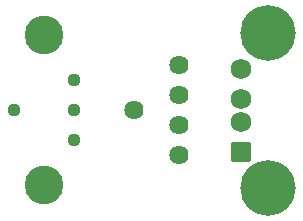
<source format=gbr>
G04 #@! TF.GenerationSoftware,KiCad,Pcbnew,8.0.6*
G04 #@! TF.CreationDate,2025-01-19T08:52:11-05:00*
G04 #@! TF.ProjectId,usbabrkout,75736261-6272-46b6-9f75-742e6b696361,v1.0.0*
G04 #@! TF.SameCoordinates,Original*
G04 #@! TF.FileFunction,Soldermask,Bot*
G04 #@! TF.FilePolarity,Negative*
%FSLAX46Y46*%
G04 Gerber Fmt 4.6, Leading zero omitted, Abs format (unit mm)*
G04 Created by KiCad (PCBNEW 8.0.6) date 2025-01-19 08:52:11*
%MOMM*%
%LPD*%
G01*
G04 APERTURE LIST*
G04 Aperture macros list*
%AMRoundRect*
0 Rectangle with rounded corners*
0 $1 Rounding radius*
0 $2 $3 $4 $5 $6 $7 $8 $9 X,Y pos of 4 corners*
0 Add a 4 corners polygon primitive as box body*
4,1,4,$2,$3,$4,$5,$6,$7,$8,$9,$2,$3,0*
0 Add four circle primitives for the rounded corners*
1,1,$1+$1,$2,$3*
1,1,$1+$1,$4,$5*
1,1,$1+$1,$6,$7*
1,1,$1+$1,$8,$9*
0 Add four rect primitives between the rounded corners*
20,1,$1+$1,$2,$3,$4,$5,0*
20,1,$1+$1,$4,$5,$6,$7,0*
20,1,$1+$1,$6,$7,$8,$9,0*
20,1,$1+$1,$8,$9,$2,$3,0*%
G04 Aperture macros list end*
%ADD10C,3.276600*%
%ADD11RoundRect,0.265385X0.610915X-0.610915X0.610915X0.610915X-0.610915X0.610915X-0.610915X-0.610915X0*%
%ADD12C,1.752600*%
%ADD13C,4.701600*%
%ADD14C,1.117600*%
%ADD15C,1.625600*%
G04 APERTURE END LIST*
D10*
X132080000Y-95250000D03*
X132080000Y-107950000D03*
D11*
X148750000Y-105100000D03*
D12*
X148750000Y-102600000D03*
X148750000Y-100600000D03*
X148750000Y-98100000D03*
D13*
X151080000Y-108170000D03*
X151080000Y-95030000D03*
D14*
X129540000Y-101600000D03*
X134620000Y-101600000D03*
X134620000Y-99060000D03*
X134620000Y-104140000D03*
D15*
X143510000Y-105410000D03*
X143510000Y-102870000D03*
X143510000Y-100330000D03*
X143510000Y-97790000D03*
X139700000Y-101600000D03*
M02*

</source>
